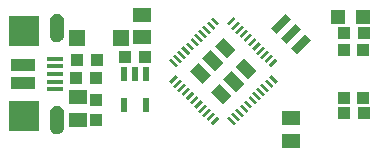
<source format=gbr>
G04 EAGLE Gerber RS-274X export*
G75*
%MOMM*%
%FSLAX34Y34*%
%LPD*%
%INSolderpaste Top*%
%IPPOS*%
%AMOC8*
5,1,8,0,0,1.08239X$1,22.5*%
G01*
%ADD10R,1.500000X1.300000*%
%ADD11R,1.100000X1.000000*%
%ADD12R,1.200000X1.200000*%
%ADD13R,0.800000X0.250000*%
%ADD14R,1.000000X1.500000*%
%ADD15R,1.000000X1.100000*%
%ADD16R,1.000000X1.000000*%
%ADD17R,0.700000X1.700000*%
%ADD18R,1.350000X0.400000*%
%ADD19R,2.000000X1.000000*%
%ADD20R,2.500000X2.500000*%
%ADD21R,0.550000X1.200000*%
%ADD22R,1.400000X1.400000*%

G36*
X53548Y115773D02*
X53548Y115773D01*
X54822Y115973D01*
X54869Y115990D01*
X54959Y116011D01*
X56155Y116489D01*
X56198Y116516D01*
X56281Y116556D01*
X57341Y117288D01*
X57377Y117324D01*
X57448Y117382D01*
X58319Y118332D01*
X58346Y118374D01*
X58403Y118447D01*
X59040Y119567D01*
X59057Y119614D01*
X59096Y119697D01*
X59469Y120931D01*
X59474Y120981D01*
X59494Y121071D01*
X59583Y122356D01*
X59581Y122376D01*
X59584Y122400D01*
X59584Y133400D01*
X59582Y133415D01*
X59583Y133435D01*
X59522Y134561D01*
X59511Y134608D01*
X59503Y134684D01*
X59222Y135777D01*
X59202Y135821D01*
X59180Y135894D01*
X58692Y136911D01*
X58664Y136950D01*
X58627Y137017D01*
X57950Y137920D01*
X57915Y137953D01*
X57866Y138011D01*
X57026Y138764D01*
X56985Y138790D01*
X56925Y138838D01*
X55954Y139412D01*
X55909Y139429D01*
X55842Y139465D01*
X54777Y139839D01*
X54730Y139847D01*
X54657Y139869D01*
X53540Y140028D01*
X53512Y140027D01*
X53360Y140028D01*
X52244Y139869D01*
X52198Y139854D01*
X52123Y139839D01*
X51058Y139465D01*
X51016Y139441D01*
X50946Y139412D01*
X49975Y138838D01*
X49938Y138806D01*
X49874Y138764D01*
X49034Y138011D01*
X49005Y137974D01*
X48950Y137920D01*
X48273Y137017D01*
X48251Y136974D01*
X48208Y136911D01*
X47720Y135894D01*
X47707Y135847D01*
X47678Y135777D01*
X47397Y134684D01*
X47394Y134636D01*
X47378Y134561D01*
X47317Y133435D01*
X47319Y133419D01*
X47316Y133400D01*
X47316Y122400D01*
X47319Y122385D01*
X47317Y122365D01*
X47378Y121239D01*
X47390Y121192D01*
X47397Y121116D01*
X47678Y120023D01*
X47698Y119979D01*
X47720Y119906D01*
X48208Y118889D01*
X48237Y118850D01*
X48273Y118783D01*
X48950Y117880D01*
X48985Y117847D01*
X49034Y117789D01*
X49874Y117036D01*
X49915Y117010D01*
X49975Y116962D01*
X50946Y116388D01*
X50991Y116371D01*
X51058Y116335D01*
X52123Y115961D01*
X52170Y115953D01*
X52244Y115931D01*
X53360Y115772D01*
X53361Y115772D01*
X53548Y115773D01*
G37*
G36*
X53548Y37773D02*
X53548Y37773D01*
X54822Y37973D01*
X54869Y37990D01*
X54959Y38011D01*
X56155Y38489D01*
X56198Y38516D01*
X56281Y38556D01*
X57341Y39288D01*
X57377Y39324D01*
X57448Y39382D01*
X58319Y40332D01*
X58346Y40374D01*
X58403Y40447D01*
X59040Y41567D01*
X59057Y41614D01*
X59096Y41697D01*
X59469Y42931D01*
X59474Y42981D01*
X59494Y43071D01*
X59583Y44356D01*
X59581Y44376D01*
X59584Y44400D01*
X59584Y55400D01*
X59582Y55415D01*
X59583Y55435D01*
X59522Y56561D01*
X59511Y56608D01*
X59503Y56684D01*
X59222Y57777D01*
X59202Y57821D01*
X59180Y57894D01*
X58692Y58911D01*
X58664Y58950D01*
X58627Y59017D01*
X57950Y59920D01*
X57915Y59953D01*
X57866Y60011D01*
X57026Y60764D01*
X56985Y60790D01*
X56925Y60838D01*
X55954Y61412D01*
X55909Y61429D01*
X55842Y61465D01*
X54777Y61839D01*
X54730Y61847D01*
X54657Y61869D01*
X53540Y62028D01*
X53512Y62027D01*
X53360Y62028D01*
X52244Y61869D01*
X52198Y61854D01*
X52123Y61839D01*
X51058Y61465D01*
X51016Y61441D01*
X50946Y61412D01*
X49975Y60838D01*
X49938Y60806D01*
X49874Y60764D01*
X49034Y60011D01*
X49005Y59974D01*
X48950Y59920D01*
X48273Y59017D01*
X48251Y58974D01*
X48208Y58911D01*
X47720Y57894D01*
X47707Y57847D01*
X47678Y57777D01*
X47397Y56684D01*
X47394Y56636D01*
X47378Y56561D01*
X47317Y55435D01*
X47319Y55419D01*
X47316Y55400D01*
X47316Y44400D01*
X47319Y44385D01*
X47317Y44365D01*
X47378Y43239D01*
X47390Y43192D01*
X47397Y43116D01*
X47678Y42023D01*
X47698Y41979D01*
X47720Y41906D01*
X48208Y40889D01*
X48237Y40850D01*
X48273Y40783D01*
X48950Y39880D01*
X48985Y39847D01*
X49034Y39789D01*
X49874Y39036D01*
X49915Y39010D01*
X49975Y38962D01*
X50946Y38388D01*
X50991Y38371D01*
X51058Y38335D01*
X52123Y37961D01*
X52170Y37953D01*
X52244Y37931D01*
X53360Y37772D01*
X53361Y37772D01*
X53548Y37773D01*
G37*
D10*
X125730Y120040D03*
X125730Y139040D03*
X251460Y32410D03*
X251460Y51410D03*
X71120Y50190D03*
X71120Y69190D03*
D11*
X70240Y100330D03*
X87240Y100330D03*
X69605Y85725D03*
X86605Y85725D03*
X296300Y55880D03*
X313300Y55880D03*
D12*
X291760Y137160D03*
X312760Y137160D03*
D13*
G36*
X199260Y52902D02*
X204916Y47246D01*
X203148Y45478D01*
X197492Y51134D01*
X199260Y52902D01*
G37*
G36*
X202796Y56438D02*
X208452Y50782D01*
X206684Y49014D01*
X201028Y54670D01*
X202796Y56438D01*
G37*
G36*
X206331Y59973D02*
X211987Y54317D01*
X210219Y52549D01*
X204563Y58205D01*
X206331Y59973D01*
G37*
G36*
X209867Y63509D02*
X215523Y57853D01*
X213755Y56085D01*
X208099Y61741D01*
X209867Y63509D01*
G37*
G36*
X213402Y67045D02*
X219058Y61389D01*
X217290Y59621D01*
X211634Y65277D01*
X213402Y67045D01*
G37*
G36*
X216938Y70580D02*
X222594Y64924D01*
X220826Y63156D01*
X215170Y68812D01*
X216938Y70580D01*
G37*
G36*
X220473Y74116D02*
X226129Y68460D01*
X224361Y66692D01*
X218705Y72348D01*
X220473Y74116D01*
G37*
G36*
X224009Y77651D02*
X229665Y71995D01*
X227897Y70227D01*
X222241Y75883D01*
X224009Y77651D01*
G37*
G36*
X227545Y81187D02*
X233201Y75531D01*
X231433Y73763D01*
X225777Y79419D01*
X227545Y81187D01*
G37*
G36*
X231080Y84722D02*
X236736Y79066D01*
X234968Y77298D01*
X229312Y82954D01*
X231080Y84722D01*
G37*
G36*
X234616Y88258D02*
X240272Y82602D01*
X238504Y80834D01*
X232848Y86490D01*
X234616Y88258D01*
G37*
G36*
X232848Y96390D02*
X238504Y102046D01*
X240272Y100278D01*
X234616Y94622D01*
X232848Y96390D01*
G37*
G36*
X229312Y99926D02*
X234968Y105582D01*
X236736Y103814D01*
X231080Y98158D01*
X229312Y99926D01*
G37*
G36*
X225777Y103461D02*
X231433Y109117D01*
X233201Y107349D01*
X227545Y101693D01*
X225777Y103461D01*
G37*
G36*
X222241Y106997D02*
X227897Y112653D01*
X229665Y110885D01*
X224009Y105229D01*
X222241Y106997D01*
G37*
G36*
X218705Y110532D02*
X224361Y116188D01*
X226129Y114420D01*
X220473Y108764D01*
X218705Y110532D01*
G37*
G36*
X215170Y114068D02*
X220826Y119724D01*
X222594Y117956D01*
X216938Y112300D01*
X215170Y114068D01*
G37*
G36*
X211634Y117603D02*
X217290Y123259D01*
X219058Y121491D01*
X213402Y115835D01*
X211634Y117603D01*
G37*
G36*
X208099Y121139D02*
X213755Y126795D01*
X215523Y125027D01*
X209867Y119371D01*
X208099Y121139D01*
G37*
G36*
X204563Y124675D02*
X210219Y130331D01*
X211987Y128563D01*
X206331Y122907D01*
X204563Y124675D01*
G37*
G36*
X201028Y128210D02*
X206684Y133866D01*
X208452Y132098D01*
X202796Y126442D01*
X201028Y128210D01*
G37*
G36*
X197492Y131746D02*
X203148Y137402D01*
X204916Y135634D01*
X199260Y129978D01*
X197492Y131746D01*
G37*
G36*
X189360Y129978D02*
X183704Y135634D01*
X185472Y137402D01*
X191128Y131746D01*
X189360Y129978D01*
G37*
G36*
X185824Y126442D02*
X180168Y132098D01*
X181936Y133866D01*
X187592Y128210D01*
X185824Y126442D01*
G37*
G36*
X182289Y122907D02*
X176633Y128563D01*
X178401Y130331D01*
X184057Y124675D01*
X182289Y122907D01*
G37*
G36*
X178753Y119371D02*
X173097Y125027D01*
X174865Y126795D01*
X180521Y121139D01*
X178753Y119371D01*
G37*
G36*
X175218Y115835D02*
X169562Y121491D01*
X171330Y123259D01*
X176986Y117603D01*
X175218Y115835D01*
G37*
G36*
X171682Y112300D02*
X166026Y117956D01*
X167794Y119724D01*
X173450Y114068D01*
X171682Y112300D01*
G37*
G36*
X168147Y108764D02*
X162491Y114420D01*
X164259Y116188D01*
X169915Y110532D01*
X168147Y108764D01*
G37*
G36*
X164611Y105229D02*
X158955Y110885D01*
X160723Y112653D01*
X166379Y106997D01*
X164611Y105229D01*
G37*
G36*
X161075Y101693D02*
X155419Y107349D01*
X157187Y109117D01*
X162843Y103461D01*
X161075Y101693D01*
G37*
G36*
X157540Y98158D02*
X151884Y103814D01*
X153652Y105582D01*
X159308Y99926D01*
X157540Y98158D01*
G37*
G36*
X154004Y94622D02*
X148348Y100278D01*
X150116Y102046D01*
X155772Y96390D01*
X154004Y94622D01*
G37*
G36*
X155772Y86490D02*
X150116Y80834D01*
X148348Y82602D01*
X154004Y88258D01*
X155772Y86490D01*
G37*
G36*
X159308Y82954D02*
X153652Y77298D01*
X151884Y79066D01*
X157540Y84722D01*
X159308Y82954D01*
G37*
G36*
X162843Y79419D02*
X157187Y73763D01*
X155419Y75531D01*
X161075Y81187D01*
X162843Y79419D01*
G37*
G36*
X166379Y75883D02*
X160723Y70227D01*
X158955Y71995D01*
X164611Y77651D01*
X166379Y75883D01*
G37*
G36*
X169915Y72348D02*
X164259Y66692D01*
X162491Y68460D01*
X168147Y74116D01*
X169915Y72348D01*
G37*
G36*
X173450Y68812D02*
X167794Y63156D01*
X166026Y64924D01*
X171682Y70580D01*
X173450Y68812D01*
G37*
G36*
X176986Y65277D02*
X171330Y59621D01*
X169562Y61389D01*
X175218Y67045D01*
X176986Y65277D01*
G37*
G36*
X180521Y61741D02*
X174865Y56085D01*
X173097Y57853D01*
X178753Y63509D01*
X180521Y61741D01*
G37*
G36*
X184057Y58205D02*
X178401Y52549D01*
X176633Y54317D01*
X182289Y59973D01*
X184057Y58205D01*
G37*
G36*
X187592Y54670D02*
X181936Y49014D01*
X180168Y50782D01*
X185824Y56438D01*
X187592Y54670D01*
G37*
G36*
X191128Y51134D02*
X185472Y45478D01*
X183704Y47246D01*
X189360Y52902D01*
X191128Y51134D01*
G37*
D14*
G36*
X183703Y87905D02*
X176632Y80834D01*
X166027Y91439D01*
X173098Y98510D01*
X183703Y87905D01*
G37*
G36*
X194309Y98512D02*
X187238Y91441D01*
X176633Y102046D01*
X183704Y109117D01*
X194309Y98512D01*
G37*
G36*
X204916Y109118D02*
X197845Y102047D01*
X187240Y112652D01*
X194311Y119723D01*
X204916Y109118D01*
G37*
G36*
X222593Y91441D02*
X215522Y84370D01*
X204917Y94975D01*
X211988Y102046D01*
X222593Y91441D01*
G37*
G36*
X211987Y80834D02*
X204916Y73763D01*
X194311Y84368D01*
X201382Y91439D01*
X211987Y80834D01*
G37*
G36*
X201380Y70228D02*
X194309Y63157D01*
X183704Y73762D01*
X190775Y80833D01*
X201380Y70228D01*
G37*
D15*
X86360Y49920D03*
X86360Y66920D03*
D11*
X296300Y123190D03*
X313300Y123190D03*
D16*
X312800Y68900D03*
X296800Y68900D03*
X296800Y108900D03*
X312800Y108900D03*
D17*
G36*
X239812Y123036D02*
X234862Y127986D01*
X246882Y140006D01*
X251832Y135056D01*
X239812Y123036D01*
G37*
G36*
X248297Y114551D02*
X243347Y119501D01*
X255367Y131521D01*
X260317Y126571D01*
X248297Y114551D01*
G37*
G36*
X256782Y106066D02*
X251832Y111016D01*
X263852Y123036D01*
X268802Y118086D01*
X256782Y106066D01*
G37*
D18*
X52200Y101900D03*
X52200Y95400D03*
X52200Y88900D03*
X52200Y82400D03*
X52200Y75900D03*
D19*
X24450Y96400D03*
X24450Y81400D03*
D20*
X25450Y124900D03*
X25450Y52900D03*
D21*
X128880Y88693D03*
X119380Y88693D03*
X109880Y88693D03*
X109880Y62691D03*
X128880Y62691D03*
D11*
X127880Y103124D03*
X110880Y103124D03*
D22*
X107400Y119380D03*
X70400Y119380D03*
M02*

</source>
